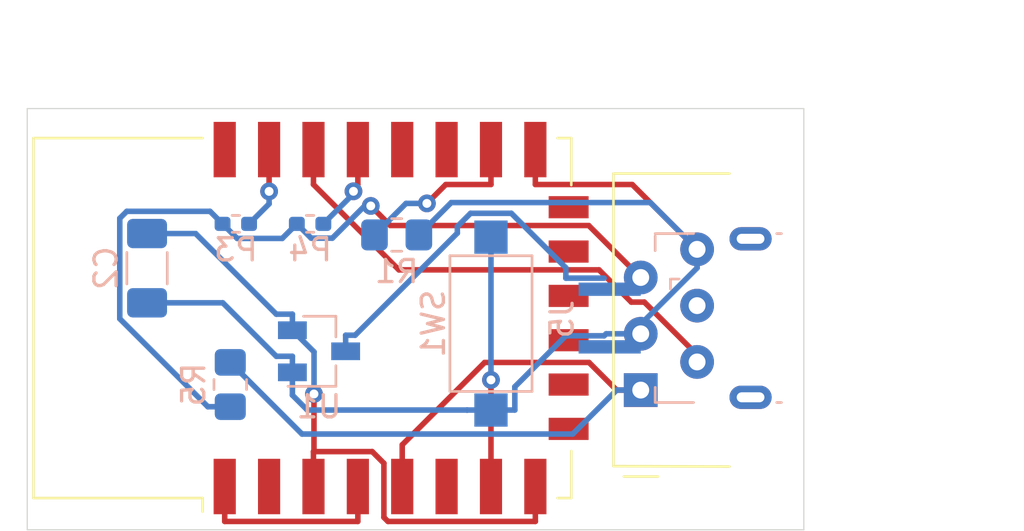
<source format=kicad_pcb>
(kicad_pcb (version 20171130) (host pcbnew "(5.1.9)-1")

  (general
    (thickness 1.6)
    (drawings 6)
    (tracks 107)
    (zones 0)
    (modules 10)
    (nets 24)
  )

  (page A4)
  (layers
    (0 F.Cu signal)
    (31 B.Cu signal)
    (32 B.Adhes user)
    (33 F.Adhes user)
    (34 B.Paste user)
    (35 F.Paste user)
    (36 B.SilkS user)
    (37 F.SilkS user)
    (38 B.Mask user)
    (39 F.Mask user)
    (40 Dwgs.User user)
    (41 Cmts.User user)
    (42 Eco1.User user)
    (43 Eco2.User user)
    (44 Edge.Cuts user)
    (45 Margin user)
    (46 B.CrtYd user)
    (47 F.CrtYd user)
    (48 B.Fab user)
    (49 F.Fab user)
  )

  (setup
    (last_trace_width 0.25)
    (trace_clearance 0.2)
    (zone_clearance 0.508)
    (zone_45_only no)
    (trace_min 0.2)
    (via_size 0.8)
    (via_drill 0.4)
    (via_min_size 0.4)
    (via_min_drill 0.3)
    (uvia_size 0.3)
    (uvia_drill 0.1)
    (uvias_allowed no)
    (uvia_min_size 0.2)
    (uvia_min_drill 0.1)
    (edge_width 0.05)
    (segment_width 0.2)
    (pcb_text_width 0.3)
    (pcb_text_size 1.5 1.5)
    (mod_edge_width 0.12)
    (mod_text_size 1 1)
    (mod_text_width 0.15)
    (pad_size 1.524 1.524)
    (pad_drill 0.762)
    (pad_to_mask_clearance 0)
    (aux_axis_origin 0 0)
    (visible_elements 7FFFFFFF)
    (pcbplotparams
      (layerselection 0x010fc_ffffffff)
      (usegerberextensions false)
      (usegerberattributes true)
      (usegerberadvancedattributes true)
      (creategerberjobfile true)
      (excludeedgelayer true)
      (linewidth 0.100000)
      (plotframeref false)
      (viasonmask false)
      (mode 1)
      (useauxorigin false)
      (hpglpennumber 1)
      (hpglpenspeed 20)
      (hpglpendiameter 15.000000)
      (psnegative false)
      (psa4output false)
      (plotreference true)
      (plotvalue true)
      (plotinvisibletext false)
      (padsonsilk false)
      (subtractmaskfromsilk false)
      (outputformat 1)
      (mirror false)
      (drillshape 1)
      (scaleselection 1)
      (outputdirectory ""))
  )

  (net 0 "")
  (net 1 +3V3)
  (net 2 "Net-(C2-Pad2)")
  (net 3 /GPIO3)
  (net 4 "Net-(J5-Pad1)")
  (net 5 "Net-(J7-Pad5)")
  (net 6 "Net-(J7-Pad4)")
  (net 7 "Net-(J7-Pad2)")
  (net 8 "Net-(J7-Pad1)")
  (net 9 "Net-(R1-Pad1)")
  (net 10 /GPIO4)
  (net 11 "Net-(SW1-Pad1)")
  (net 12 "Net-(U2-Pad1)")
  (net 13 "Net-(U2-Pad2)")
  (net 14 "Net-(U2-Pad6)")
  (net 15 "Net-(U2-Pad9)")
  (net 16 "Net-(U2-Pad10)")
  (net 17 "Net-(U2-Pad11)")
  (net 18 "Net-(U2-Pad12)")
  (net 19 "Net-(U2-Pad13)")
  (net 20 "Net-(U2-Pad14)")
  (net 21 "Net-(U2-Pad17)")
  (net 22 "Net-(U2-Pad18)")
  (net 23 "Net-(U2-Pad22)")

  (net_class Default "This is the default net class."
    (clearance 0.2)
    (trace_width 0.25)
    (via_dia 0.8)
    (via_drill 0.4)
    (uvia_dia 0.3)
    (uvia_drill 0.1)
    (add_net +3V3)
    (add_net /GPIO3)
    (add_net /GPIO4)
    (add_net "Net-(C2-Pad2)")
    (add_net "Net-(J5-Pad1)")
    (add_net "Net-(J7-Pad1)")
    (add_net "Net-(J7-Pad2)")
    (add_net "Net-(J7-Pad4)")
    (add_net "Net-(J7-Pad5)")
    (add_net "Net-(R1-Pad1)")
    (add_net "Net-(SW1-Pad1)")
    (add_net "Net-(U2-Pad1)")
    (add_net "Net-(U2-Pad10)")
    (add_net "Net-(U2-Pad11)")
    (add_net "Net-(U2-Pad12)")
    (add_net "Net-(U2-Pad13)")
    (add_net "Net-(U2-Pad14)")
    (add_net "Net-(U2-Pad17)")
    (add_net "Net-(U2-Pad18)")
    (add_net "Net-(U2-Pad2)")
    (add_net "Net-(U2-Pad22)")
    (add_net "Net-(U2-Pad6)")
    (add_net "Net-(U2-Pad9)")
  )

  (module ErichCollection:RJ12_Amphenol_54601_Reduced (layer F.Cu) (tedit 606D3677) (tstamp 606DC045)
    (at 65.75 42.5 90)
    (descr "RJ12 connector  https://cdn.amphenol-icc.com/media/wysiwyg/files/drawing/c-bmj-0082.pdf")
    (tags "RJ12 connector")
    (path /6072674D)
    (fp_text reference J7 (at -1.67 -2.16 -90) (layer F.SilkS) hide
      (effects (font (size 1 1) (thickness 0.15)))
    )
    (fp_text value RJ12 (at 3.54 18.3 -90) (layer F.Fab) hide
      (effects (font (size 1 1) (thickness 0.15)))
    )
    (fp_line (start -3.43 -0.48) (end -3.43 -1.23) (layer F.Fab) (width 0.1))
    (fp_line (start -2.93 0.02) (end -3.43 -0.48) (layer F.Fab) (width 0.1))
    (fp_line (start -3.43 0.52) (end -2.93 0.02) (layer F.Fab) (width 0.1))
    (fp_line (start -3.9 0.77) (end -3.9 -0.76) (layer F.SilkS) (width 0.12))
    (fp_line (start -3.45 4) (end -3.43 -1.23) (layer F.SilkS) (width 0.12))
    (fp_line (start 9.77 -1.23) (end 9.77 4) (layer F.SilkS) (width 0.12))
    (fp_line (start -3.43 -1.23) (end 9.77 -1.23) (layer F.SilkS) (width 0.12))
    (fp_line (start -4.04 17.27) (end -4.04 -1.73) (layer F.CrtYd) (width 0.05))
    (fp_line (start 10.38 17.27) (end -4.04 17.27) (layer F.CrtYd) (width 0.05))
    (fp_line (start 10.38 -1.73) (end 10.38 17.27) (layer F.CrtYd) (width 0.05))
    (fp_line (start -4.04 -1.73) (end 10.38 -1.73) (layer F.CrtYd) (width 0.05))
    (fp_line (start 9.77 16.77) (end -3.43 16.77) (layer F.Fab) (width 0.1))
    (fp_line (start 9.77 -1.23) (end 9.77 16.77) (layer F.Fab) (width 0.1))
    (fp_line (start -3.43 -1.23) (end 9.77 -1.23) (layer F.Fab) (width 0.1))
    (fp_line (start -3.43 16.77) (end -3.43 0.52) (layer F.Fab) (width 0.1))
    (fp_text user %R (at 3.16 7.76 -90) (layer F.Fab)
      (effects (font (size 1 1) (thickness 0.15)))
    )
    (pad 1 thru_hole rect (at 0 0 90) (size 1.52 1.52) (drill 0.76) (layers *.Cu *.Mask)
      (net 8 "Net-(J7-Pad1)"))
    (pad 2 thru_hole circle (at 1.27 2.54 90) (size 1.52 1.52) (drill 0.76) (layers *.Cu *.Mask)
      (net 7 "Net-(J7-Pad2)"))
    (pad 3 thru_hole circle (at 2.54 0 90) (size 1.52 1.52) (drill 0.76) (layers *.Cu *.Mask)
      (net 2 "Net-(C2-Pad2)"))
    (pad 4 thru_hole circle (at 3.81 2.54 90) (size 1.52 1.52) (drill 0.76) (layers *.Cu *.Mask)
      (net 6 "Net-(J7-Pad4)"))
    (pad 5 thru_hole circle (at 5.08 0 90) (size 1.52 1.52) (drill 0.76) (layers *.Cu *.Mask)
      (net 5 "Net-(J7-Pad5)"))
    (pad 6 thru_hole circle (at 6.35 2.54 90) (size 1.52 1.52) (drill 0.76) (layers *.Cu *.Mask)
      (net 2 "Net-(C2-Pad2)"))
    (model ${KISYS3DMOD}/Connector_RJ.3dshapes/RJ12_Amphenol_54601.wrl
      (at (xyz 0 0 0))
      (scale (xyz 1 1 1))
      (rotate (xyz 0 0 0))
    )
  )

  (module Capacitor_SMD:C_1206_3216Metric_Pad1.33x1.80mm_HandSolder (layer B.Cu) (tedit 5F68FEEF) (tstamp 606DC00C)
    (at 43.5 37 270)
    (descr "Capacitor SMD 1206 (3216 Metric), square (rectangular) end terminal, IPC_7351 nominal with elongated pad for handsoldering. (Body size source: IPC-SM-782 page 76, https://www.pcb-3d.com/wordpress/wp-content/uploads/ipc-sm-782a_amendment_1_and_2.pdf), generated with kicad-footprint-generator")
    (tags "capacitor handsolder")
    (path /606A2AB1)
    (attr smd)
    (fp_text reference C2 (at 0 1.85 90) (layer B.SilkS)
      (effects (font (size 1 1) (thickness 0.15)) (justify mirror))
    )
    (fp_text value 100nF (at 0 -1.85 90) (layer B.Fab)
      (effects (font (size 1 1) (thickness 0.15)) (justify mirror))
    )
    (fp_line (start -1.6 -0.8) (end -1.6 0.8) (layer B.Fab) (width 0.1))
    (fp_line (start -1.6 0.8) (end 1.6 0.8) (layer B.Fab) (width 0.1))
    (fp_line (start 1.6 0.8) (end 1.6 -0.8) (layer B.Fab) (width 0.1))
    (fp_line (start 1.6 -0.8) (end -1.6 -0.8) (layer B.Fab) (width 0.1))
    (fp_line (start -0.711252 0.91) (end 0.711252 0.91) (layer B.SilkS) (width 0.12))
    (fp_line (start -0.711252 -0.91) (end 0.711252 -0.91) (layer B.SilkS) (width 0.12))
    (fp_line (start -2.48 -1.15) (end -2.48 1.15) (layer B.CrtYd) (width 0.05))
    (fp_line (start -2.48 1.15) (end 2.48 1.15) (layer B.CrtYd) (width 0.05))
    (fp_line (start 2.48 1.15) (end 2.48 -1.15) (layer B.CrtYd) (width 0.05))
    (fp_line (start 2.48 -1.15) (end -2.48 -1.15) (layer B.CrtYd) (width 0.05))
    (fp_text user %R (at 0 0 90) (layer B.Fab)
      (effects (font (size 0.8 0.8) (thickness 0.12)) (justify mirror))
    )
    (pad 1 smd roundrect (at -1.5625 0 270) (size 1.325 1.8) (layers B.Cu B.Paste B.Mask) (roundrect_rratio 0.188679)
      (net 1 +3V3))
    (pad 2 smd roundrect (at 1.5625 0 270) (size 1.325 1.8) (layers B.Cu B.Paste B.Mask) (roundrect_rratio 0.188679)
      (net 2 "Net-(C2-Pad2)"))
    (model ${KISYS3DMOD}/Capacitor_SMD.3dshapes/C_1206_3216Metric.wrl
      (at (xyz 0 0 0))
      (scale (xyz 1 1 1))
      (rotate (xyz 0 0 0))
    )
  )

  (module SHRDZM:USB_Micro-B_Power (layer B.Cu) (tedit 6055B067) (tstamp 606DC02B)
    (at 69.5 39.25 270)
    (tags "Micro-USB Power")
    (path /606C9F07)
    (attr smd)
    (fp_text reference J5 (at 0.05 7.3 270) (layer B.SilkS)
      (effects (font (size 1 1) (thickness 0.15)) (justify mirror))
    )
    (fp_text value USB_B_Micro_Power (at 0 -5.2 270) (layer B.Fab)
      (effects (font (size 1 1) (thickness 0.15)) (justify mirror))
    )
    (fp_line (start -1.1 2.16) (end -1.1 1.95) (layer B.Fab) (width 0.1))
    (fp_line (start -1.5 2.16) (end -1.5 1.95) (layer B.Fab) (width 0.1))
    (fp_line (start -1.5 2.16) (end -1.1 2.16) (layer B.Fab) (width 0.1))
    (fp_line (start -1.1 1.95) (end -1.3 1.75) (layer B.Fab) (width 0.1))
    (fp_line (start -1.3 1.75) (end -1.5 1.95) (layer B.Fab) (width 0.1))
    (fp_line (start -1.76 2.41) (end -1.76 2.02) (layer B.SilkS) (width 0.12))
    (fp_line (start -1.76 2.41) (end -1.31 2.41) (layer B.SilkS) (width 0.12))
    (fp_line (start 3.775 3.1) (end 3.125 3.1) (layer B.SilkS) (width 0.12))
    (fp_line (start 3.81 1.37) (end 3.81 3.1) (layer B.SilkS) (width 0.12))
    (fp_line (start -3.81 -2.59) (end -3.81 -2.38) (layer B.SilkS) (width 0.12))
    (fp_line (start -3.7 -3.95) (end -3.7 1.6) (layer B.Fab) (width 0.1))
    (fp_line (start -3.7 1.6) (end 3.7 1.6) (layer B.Fab) (width 0.1))
    (fp_line (start -3.7 -3.95) (end 3.7 -3.95) (layer B.Fab) (width 0.1))
    (fp_line (start -3 -2.65) (end 3 -2.65) (layer B.Fab) (width 0.1))
    (fp_line (start 3.7 -3.95) (end 3.7 1.6) (layer B.Fab) (width 0.1))
    (fp_line (start 3.81 -2.59) (end 3.81 -2.38) (layer B.SilkS) (width 0.12))
    (fp_line (start -3.81 1.37) (end -3.81 3.1) (layer B.SilkS) (width 0.12))
    (fp_line (start -3.7 3.1) (end -3.04 3.1) (layer B.SilkS) (width 0.12))
    (fp_line (start -4.6 -4.45) (end -4.6 2.65) (layer B.CrtYd) (width 0.05))
    (fp_line (start -4.6 2.65) (end 4.6 2.65) (layer B.CrtYd) (width 0.05))
    (fp_line (start 4.6 2.65) (end 4.6 -4.45) (layer B.CrtYd) (width 0.05))
    (fp_line (start -4.6 -4.45) (end 4.6 -4.45) (layer B.CrtYd) (width 0.05))
    (fp_text user %R (at 0 -0.85 270) (layer B.Fab)
      (effects (font (size 1 1) (thickness 0.15)) (justify mirror))
    )
    (pad "" thru_hole oval (at 3.575 -1.2 270) (size 1.05 1.9) (drill oval 0.45 1.25) (layers *.Cu *.Mask))
    (pad "" thru_hole oval (at -3.575 -1.2 90) (size 1.05 1.9) (drill oval 0.45 1.25) (layers *.Cu *.Mask))
    (pad 5 smd rect (at 1.3 5.15 270) (size 0.6 2.8) (layers B.Cu B.Paste B.Mask)
      (net 2 "Net-(C2-Pad2)"))
    (pad 1 smd rect (at -1.3 5.15 270) (size 0.6 2.8) (layers B.Cu B.Paste B.Mask)
      (net 4 "Net-(J5-Pad1)"))
    (model C:/Users/erich/Nextcloud/Diverses/KiCAD/model/USB_Micro-B_Power.wrl
      (at (xyz 0 0 0))
      (scale (xyz 1 1 1))
      (rotate (xyz 0 0 0))
    )
  )

  (module Resistor_SMD:R_0402_1005Metric_Pad0.72x0.64mm_HandSolder (layer B.Cu) (tedit 5F6BB9E0) (tstamp 606DC056)
    (at 47.5 35)
    (descr "Resistor SMD 0402 (1005 Metric), square (rectangular) end terminal, IPC_7351 nominal with elongated pad for handsoldering. (Body size source: IPC-SM-782 page 72, https://www.pcb-3d.com/wordpress/wp-content/uploads/ipc-sm-782a_amendment_1_and_2.pdf), generated with kicad-footprint-generator")
    (tags "resistor handsolder")
    (path /606C9BA3)
    (attr smd)
    (fp_text reference P3 (at 0 1.17) (layer B.SilkS)
      (effects (font (size 1 1) (thickness 0.15)) (justify mirror))
    )
    (fp_text value 0R (at 0 -1.17) (layer B.Fab)
      (effects (font (size 1 1) (thickness 0.15)) (justify mirror))
    )
    (fp_line (start -0.525 -0.27) (end -0.525 0.27) (layer B.Fab) (width 0.1))
    (fp_line (start -0.525 0.27) (end 0.525 0.27) (layer B.Fab) (width 0.1))
    (fp_line (start 0.525 0.27) (end 0.525 -0.27) (layer B.Fab) (width 0.1))
    (fp_line (start 0.525 -0.27) (end -0.525 -0.27) (layer B.Fab) (width 0.1))
    (fp_line (start -0.167621 0.38) (end 0.167621 0.38) (layer B.SilkS) (width 0.12))
    (fp_line (start -0.167621 -0.38) (end 0.167621 -0.38) (layer B.SilkS) (width 0.12))
    (fp_line (start -1.1 -0.47) (end -1.1 0.47) (layer B.CrtYd) (width 0.05))
    (fp_line (start -1.1 0.47) (end 1.1 0.47) (layer B.CrtYd) (width 0.05))
    (fp_line (start 1.1 0.47) (end 1.1 -0.47) (layer B.CrtYd) (width 0.05))
    (fp_line (start 1.1 -0.47) (end -1.1 -0.47) (layer B.CrtYd) (width 0.05))
    (fp_text user %R (at 0 0) (layer B.Fab)
      (effects (font (size 0.26 0.26) (thickness 0.04)) (justify mirror))
    )
    (pad 1 smd roundrect (at -0.5975 0) (size 0.715 0.64) (layers B.Cu B.Paste B.Mask) (roundrect_rratio 0.25)
      (net 5 "Net-(J7-Pad5)"))
    (pad 2 smd roundrect (at 0.5975 0) (size 0.715 0.64) (layers B.Cu B.Paste B.Mask) (roundrect_rratio 0.25)
      (net 3 /GPIO3))
    (model ${KISYS3DMOD}/Resistor_SMD.3dshapes/R_0402_1005Metric.wrl
      (at (xyz 0 0 0))
      (scale (xyz 1 1 1))
      (rotate (xyz 0 0 0))
    )
  )

  (module Resistor_SMD:R_0402_1005Metric_Pad0.72x0.64mm_HandSolder (layer B.Cu) (tedit 5F6BB9E0) (tstamp 606DC067)
    (at 50.8475 35)
    (descr "Resistor SMD 0402 (1005 Metric), square (rectangular) end terminal, IPC_7351 nominal with elongated pad for handsoldering. (Body size source: IPC-SM-782 page 72, https://www.pcb-3d.com/wordpress/wp-content/uploads/ipc-sm-782a_amendment_1_and_2.pdf), generated with kicad-footprint-generator")
    (tags "resistor handsolder")
    (path /60715416)
    (attr smd)
    (fp_text reference P4 (at 0 1.17) (layer B.SilkS)
      (effects (font (size 1 1) (thickness 0.15)) (justify mirror))
    )
    (fp_text value 0R (at 0 -1.17) (layer B.Fab)
      (effects (font (size 1 1) (thickness 0.15)) (justify mirror))
    )
    (fp_line (start 1.1 -0.47) (end -1.1 -0.47) (layer B.CrtYd) (width 0.05))
    (fp_line (start 1.1 0.47) (end 1.1 -0.47) (layer B.CrtYd) (width 0.05))
    (fp_line (start -1.1 0.47) (end 1.1 0.47) (layer B.CrtYd) (width 0.05))
    (fp_line (start -1.1 -0.47) (end -1.1 0.47) (layer B.CrtYd) (width 0.05))
    (fp_line (start -0.167621 -0.38) (end 0.167621 -0.38) (layer B.SilkS) (width 0.12))
    (fp_line (start -0.167621 0.38) (end 0.167621 0.38) (layer B.SilkS) (width 0.12))
    (fp_line (start 0.525 -0.27) (end -0.525 -0.27) (layer B.Fab) (width 0.1))
    (fp_line (start 0.525 0.27) (end 0.525 -0.27) (layer B.Fab) (width 0.1))
    (fp_line (start -0.525 0.27) (end 0.525 0.27) (layer B.Fab) (width 0.1))
    (fp_line (start -0.525 -0.27) (end -0.525 0.27) (layer B.Fab) (width 0.1))
    (fp_text user %R (at 0 0) (layer B.Fab)
      (effects (font (size 0.26 0.26) (thickness 0.04)) (justify mirror))
    )
    (pad 2 smd roundrect (at 0.5975 0) (size 0.715 0.64) (layers B.Cu B.Paste B.Mask) (roundrect_rratio 0.25)
      (net 10 /GPIO4))
    (pad 1 smd roundrect (at -0.5975 0) (size 0.715 0.64) (layers B.Cu B.Paste B.Mask) (roundrect_rratio 0.25)
      (net 5 "Net-(J7-Pad5)"))
    (model ${KISYS3DMOD}/Resistor_SMD.3dshapes/R_0402_1005Metric.wrl
      (at (xyz 0 0 0))
      (scale (xyz 1 1 1))
      (rotate (xyz 0 0 0))
    )
  )

  (module Resistor_SMD:R_0805_2012Metric_Pad1.20x1.40mm_HandSolder (layer B.Cu) (tedit 5F68FEEE) (tstamp 606DC078)
    (at 54.75 35.5)
    (descr "Resistor SMD 0805 (2012 Metric), square (rectangular) end terminal, IPC_7351 nominal with elongated pad for handsoldering. (Body size source: IPC-SM-782 page 72, https://www.pcb-3d.com/wordpress/wp-content/uploads/ipc-sm-782a_amendment_1_and_2.pdf), generated with kicad-footprint-generator")
    (tags "resistor handsolder")
    (path /606E8C66)
    (attr smd)
    (fp_text reference R1 (at 0 1.65) (layer B.SilkS)
      (effects (font (size 1 1) (thickness 0.15)) (justify mirror))
    )
    (fp_text value 10k (at 0 -1.65) (layer B.Fab)
      (effects (font (size 1 1) (thickness 0.15)) (justify mirror))
    )
    (fp_line (start 1.85 -0.95) (end -1.85 -0.95) (layer B.CrtYd) (width 0.05))
    (fp_line (start 1.85 0.95) (end 1.85 -0.95) (layer B.CrtYd) (width 0.05))
    (fp_line (start -1.85 0.95) (end 1.85 0.95) (layer B.CrtYd) (width 0.05))
    (fp_line (start -1.85 -0.95) (end -1.85 0.95) (layer B.CrtYd) (width 0.05))
    (fp_line (start -0.227064 -0.735) (end 0.227064 -0.735) (layer B.SilkS) (width 0.12))
    (fp_line (start -0.227064 0.735) (end 0.227064 0.735) (layer B.SilkS) (width 0.12))
    (fp_line (start 1 -0.625) (end -1 -0.625) (layer B.Fab) (width 0.1))
    (fp_line (start 1 0.625) (end 1 -0.625) (layer B.Fab) (width 0.1))
    (fp_line (start -1 0.625) (end 1 0.625) (layer B.Fab) (width 0.1))
    (fp_line (start -1 -0.625) (end -1 0.625) (layer B.Fab) (width 0.1))
    (fp_text user %R (at 0 0) (layer B.Fab)
      (effects (font (size 0.5 0.5) (thickness 0.08)) (justify mirror))
    )
    (pad 2 smd roundrect (at 1 0) (size 1.2 1.4) (layers B.Cu B.Paste B.Mask) (roundrect_rratio 0.208333)
      (net 2 "Net-(C2-Pad2)"))
    (pad 1 smd roundrect (at -1 0) (size 1.2 1.4) (layers B.Cu B.Paste B.Mask) (roundrect_rratio 0.208333)
      (net 9 "Net-(R1-Pad1)"))
    (model ${KISYS3DMOD}/Resistor_SMD.3dshapes/R_0805_2012Metric.wrl
      (at (xyz 0 0 0))
      (scale (xyz 1 1 1))
      (rotate (xyz 0 0 0))
    )
  )

  (module Resistor_SMD:R_0805_2012Metric_Pad1.20x1.40mm_HandSolder (layer B.Cu) (tedit 5F68FEEE) (tstamp 606DC089)
    (at 47.25 42.25 270)
    (descr "Resistor SMD 0805 (2012 Metric), square (rectangular) end terminal, IPC_7351 nominal with elongated pad for handsoldering. (Body size source: IPC-SM-782 page 72, https://www.pcb-3d.com/wordpress/wp-content/uploads/ipc-sm-782a_amendment_1_and_2.pdf), generated with kicad-footprint-generator")
    (tags "resistor handsolder")
    (path /606AFBFE)
    (attr smd)
    (fp_text reference R5 (at 0 1.65 270) (layer B.SilkS)
      (effects (font (size 1 1) (thickness 0.15)) (justify mirror))
    )
    (fp_text value 10k (at 0 -1.65 270) (layer B.Fab)
      (effects (font (size 1 1) (thickness 0.15)) (justify mirror))
    )
    (fp_line (start -1 -0.625) (end -1 0.625) (layer B.Fab) (width 0.1))
    (fp_line (start -1 0.625) (end 1 0.625) (layer B.Fab) (width 0.1))
    (fp_line (start 1 0.625) (end 1 -0.625) (layer B.Fab) (width 0.1))
    (fp_line (start 1 -0.625) (end -1 -0.625) (layer B.Fab) (width 0.1))
    (fp_line (start -0.227064 0.735) (end 0.227064 0.735) (layer B.SilkS) (width 0.12))
    (fp_line (start -0.227064 -0.735) (end 0.227064 -0.735) (layer B.SilkS) (width 0.12))
    (fp_line (start -1.85 -0.95) (end -1.85 0.95) (layer B.CrtYd) (width 0.05))
    (fp_line (start -1.85 0.95) (end 1.85 0.95) (layer B.CrtYd) (width 0.05))
    (fp_line (start 1.85 0.95) (end 1.85 -0.95) (layer B.CrtYd) (width 0.05))
    (fp_line (start 1.85 -0.95) (end -1.85 -0.95) (layer B.CrtYd) (width 0.05))
    (fp_text user %R (at 0 0 270) (layer B.Fab)
      (effects (font (size 0.5 0.5) (thickness 0.08)) (justify mirror))
    )
    (pad 1 smd roundrect (at -1 0 270) (size 1.2 1.4) (layers B.Cu B.Paste B.Mask) (roundrect_rratio 0.208333)
      (net 8 "Net-(J7-Pad1)"))
    (pad 2 smd roundrect (at 1 0 270) (size 1.2 1.4) (layers B.Cu B.Paste B.Mask) (roundrect_rratio 0.208333)
      (net 5 "Net-(J7-Pad5)"))
    (model ${KISYS3DMOD}/Resistor_SMD.3dshapes/R_0805_2012Metric.wrl
      (at (xyz 0 0 0))
      (scale (xyz 1 1 1))
      (rotate (xyz 0 0 0))
    )
  )

  (module Button_Switch_SMD:SW_SPST_CK_RS282G05A3 (layer B.Cu) (tedit 5A7A67D2) (tstamp 606DC0A4)
    (at 59 39.5 270)
    (descr https://www.mouser.com/ds/2/60/RS-282G05A-SM_RT-1159762.pdf)
    (tags "SPST button tactile switch")
    (path /606B9AF3)
    (attr smd)
    (fp_text reference SW1 (at 0 2.6 270) (layer B.SilkS)
      (effects (font (size 1 1) (thickness 0.15)) (justify mirror))
    )
    (fp_text value Pairing (at 0 -3 270) (layer B.Fab)
      (effects (font (size 1 1) (thickness 0.15)) (justify mirror))
    )
    (fp_line (start -4.9 -2.05) (end -4.9 2.05) (layer B.CrtYd) (width 0.05))
    (fp_line (start 4.9 -2.05) (end -4.9 -2.05) (layer B.CrtYd) (width 0.05))
    (fp_line (start 4.9 2.05) (end 4.9 -2.05) (layer B.CrtYd) (width 0.05))
    (fp_line (start -4.9 2.05) (end 4.9 2.05) (layer B.CrtYd) (width 0.05))
    (fp_line (start -1.75 1) (end 1.75 1) (layer B.Fab) (width 0.1))
    (fp_line (start 1.75 1) (end 1.75 -1) (layer B.Fab) (width 0.1))
    (fp_line (start 1.75 -1) (end -1.75 -1) (layer B.Fab) (width 0.1))
    (fp_line (start -1.75 -1) (end -1.75 1) (layer B.Fab) (width 0.1))
    (fp_line (start -3.06 1.85) (end 3.06 1.85) (layer B.SilkS) (width 0.12))
    (fp_line (start 3.06 1.85) (end 3.06 -1.85) (layer B.SilkS) (width 0.12))
    (fp_line (start 3.06 -1.85) (end -3.06 -1.85) (layer B.SilkS) (width 0.12))
    (fp_line (start -3.06 -1.85) (end -3.06 1.85) (layer B.SilkS) (width 0.12))
    (fp_line (start -1.5 -0.8) (end 1.5 -0.8) (layer B.Fab) (width 0.1))
    (fp_line (start -1.5 0.8) (end 1.5 0.8) (layer B.Fab) (width 0.1))
    (fp_line (start 1.5 0.8) (end 1.5 -0.8) (layer B.Fab) (width 0.1))
    (fp_line (start -1.5 0.8) (end -1.5 -0.8) (layer B.Fab) (width 0.1))
    (fp_line (start -3 -1.8) (end 3 -1.8) (layer B.Fab) (width 0.1))
    (fp_line (start -3 1.8) (end 3 1.8) (layer B.Fab) (width 0.1))
    (fp_line (start -3 1.8) (end -3 -1.8) (layer B.Fab) (width 0.1))
    (fp_line (start 3 1.8) (end 3 -1.8) (layer B.Fab) (width 0.1))
    (fp_text user %R (at 0 2.6 270) (layer B.Fab)
      (effects (font (size 1 1) (thickness 0.15)) (justify mirror))
    )
    (pad 1 smd rect (at -3.9 0 270) (size 1.5 1.5) (layers B.Cu B.Paste B.Mask)
      (net 11 "Net-(SW1-Pad1)"))
    (pad 2 smd rect (at 3.9 0 270) (size 1.5 1.5) (layers B.Cu B.Paste B.Mask)
      (net 2 "Net-(C2-Pad2)"))
    (model ${KISYS3DMOD}/Button_Switch_SMD.3dshapes/SW_SPST_CK_RS282G05A3.wrl
      (at (xyz 0 0 0))
      (scale (xyz 1 1 1))
      (rotate (xyz 0 0 0))
    )
  )

  (module ErichCollection:SOT-23_Handsoldering (layer B.Cu) (tedit 6069DCAE) (tstamp 606DC0B9)
    (at 51.25 40.75)
    (descr "SOT-23, Standard")
    (tags SOT-23)
    (path /6069E07A)
    (attr smd)
    (fp_text reference U1 (at 0 2.5) (layer B.SilkS)
      (effects (font (size 1 1) (thickness 0.15)) (justify mirror))
    )
    (fp_text value MCP1700-3302E_SOT23 (at 0 -2.5) (layer B.Fab)
      (effects (font (size 1 1) (thickness 0.15)) (justify mirror))
    )
    (fp_line (start 0.76 -1.58) (end -0.7 -1.58) (layer B.SilkS) (width 0.12))
    (fp_line (start 0.76 1.58) (end -1.4 1.58) (layer B.SilkS) (width 0.12))
    (fp_line (start -1.7 -1.75) (end -1.7 1.75) (layer B.CrtYd) (width 0.05))
    (fp_line (start 1.7 -1.75) (end -1.7 -1.75) (layer B.CrtYd) (width 0.05))
    (fp_line (start 1.7 1.75) (end 1.7 -1.75) (layer B.CrtYd) (width 0.05))
    (fp_line (start -1.7 1.75) (end 1.7 1.75) (layer B.CrtYd) (width 0.05))
    (fp_line (start 0.76 1.58) (end 0.76 0.65) (layer B.SilkS) (width 0.12))
    (fp_line (start 0.76 -1.58) (end 0.76 -0.65) (layer B.SilkS) (width 0.12))
    (fp_line (start -0.7 -1.52) (end 0.7 -1.52) (layer B.Fab) (width 0.1))
    (fp_line (start 0.7 1.52) (end 0.7 -1.52) (layer B.Fab) (width 0.1))
    (fp_line (start -0.7 0.95) (end -0.15 1.52) (layer B.Fab) (width 0.1))
    (fp_line (start -0.15 1.52) (end 0.7 1.52) (layer B.Fab) (width 0.1))
    (fp_line (start -0.7 0.95) (end -0.7 -1.5) (layer B.Fab) (width 0.1))
    (fp_text user %R (at 0 0 -90) (layer B.Fab)
      (effects (font (size 0.5 0.5) (thickness 0.075)) (justify mirror))
    )
    (pad 1 smd rect (at -1.2 0.95) (size 1.3 0.8) (layers B.Cu B.Paste B.Mask)
      (net 2 "Net-(C2-Pad2)"))
    (pad 2 smd rect (at -1.2 -0.95) (size 1.3 0.8) (layers B.Cu B.Paste B.Mask)
      (net 1 +3V3))
    (pad 3 smd rect (at 1.2 0) (size 1.3 0.8) (layers B.Cu B.Paste B.Mask)
      (net 4 "Net-(J5-Pad1)"))
    (model ${KISYS3DMOD}/Package_TO_SOT_SMD.3dshapes/SOT-23.wrl
      (at (xyz 0 0 0))
      (scale (xyz 1 1 1))
      (rotate (xyz 0 0 0))
    )
  )

  (module RF_Module:ESP-12E (layer F.Cu) (tedit 5A030172) (tstamp 606DC0F4)
    (at 50.5 39.25 90)
    (descr "Wi-Fi Module, http://wiki.ai-thinker.com/_media/esp8266/docs/aithinker_esp_12f_datasheet_en.pdf")
    (tags "Wi-Fi Module")
    (path /606A5922)
    (attr smd)
    (fp_text reference U2 (at -10.56 -5.26 90) (layer F.SilkS) hide
      (effects (font (size 1 1) (thickness 0.15)))
    )
    (fp_text value ESP-12F (at -0.06 -12.78 90) (layer F.Fab)
      (effects (font (size 1 1) (thickness 0.15)))
    )
    (fp_line (start -8 -12) (end 8 -12) (layer F.Fab) (width 0.12))
    (fp_line (start 8 -12) (end 8 12) (layer F.Fab) (width 0.12))
    (fp_line (start 8 12) (end -8 12) (layer F.Fab) (width 0.12))
    (fp_line (start -8 12) (end -8 -3) (layer F.Fab) (width 0.12))
    (fp_line (start -8 -3) (end -7.5 -3.5) (layer F.Fab) (width 0.12))
    (fp_line (start -7.5 -3.5) (end -8 -4) (layer F.Fab) (width 0.12))
    (fp_line (start -8 -4) (end -8 -12) (layer F.Fab) (width 0.12))
    (fp_line (start -9.05 -12.2) (end 9.05 -12.2) (layer F.CrtYd) (width 0.05))
    (fp_line (start 9.05 -12.2) (end 9.05 13.1) (layer F.CrtYd) (width 0.05))
    (fp_line (start 9.05 13.1) (end -9.05 13.1) (layer F.CrtYd) (width 0.05))
    (fp_line (start -9.05 13.1) (end -9.05 -12.2) (layer F.CrtYd) (width 0.05))
    (fp_line (start -8.12 -12.12) (end 8.12 -12.12) (layer F.SilkS) (width 0.12))
    (fp_line (start 8.12 -12.12) (end 8.12 -4.5) (layer F.SilkS) (width 0.12))
    (fp_line (start 8.12 11.5) (end 8.12 12.12) (layer F.SilkS) (width 0.12))
    (fp_line (start 8.12 12.12) (end 6 12.12) (layer F.SilkS) (width 0.12))
    (fp_line (start -6 12.12) (end -8.12 12.12) (layer F.SilkS) (width 0.12))
    (fp_line (start -8.12 12.12) (end -8.12 11.5) (layer F.SilkS) (width 0.12))
    (fp_line (start -8.12 -4.5) (end -8.12 -12.12) (layer F.SilkS) (width 0.12))
    (fp_line (start -8.12 -4.5) (end -8.73 -4.5) (layer F.SilkS) (width 0.12))
    (fp_line (start -8.12 -12.12) (end 8.12 -12.12) (layer Dwgs.User) (width 0.12))
    (fp_line (start 8.12 -12.12) (end 8.12 -4.8) (layer Dwgs.User) (width 0.12))
    (fp_line (start 8.12 -4.8) (end -8.12 -4.8) (layer Dwgs.User) (width 0.12))
    (fp_line (start -8.12 -4.8) (end -8.12 -12.12) (layer Dwgs.User) (width 0.12))
    (fp_line (start -8.12 -9.12) (end -5.12 -12.12) (layer Dwgs.User) (width 0.12))
    (fp_line (start -8.12 -6.12) (end -2.12 -12.12) (layer Dwgs.User) (width 0.12))
    (fp_line (start -6.44 -4.8) (end 0.88 -12.12) (layer Dwgs.User) (width 0.12))
    (fp_line (start -3.44 -4.8) (end 3.88 -12.12) (layer Dwgs.User) (width 0.12))
    (fp_line (start -0.44 -4.8) (end 6.88 -12.12) (layer Dwgs.User) (width 0.12))
    (fp_line (start 2.56 -4.8) (end 8.12 -10.36) (layer Dwgs.User) (width 0.12))
    (fp_line (start 5.56 -4.8) (end 8.12 -7.36) (layer Dwgs.User) (width 0.12))
    (fp_text user Antenna (at -0.06 -7 270) (layer Cmts.User)
      (effects (font (size 1 1) (thickness 0.15)))
    )
    (fp_text user "KEEP-OUT ZONE" (at 0.03 -9.55 270) (layer Cmts.User)
      (effects (font (size 1 1) (thickness 0.15)))
    )
    (fp_text user %R (at 0.49 -0.8 90) (layer F.Fab)
      (effects (font (size 1 1) (thickness 0.15)))
    )
    (pad 1 smd rect (at -7.6 -3.5 90) (size 2.5 1) (layers F.Cu F.Paste F.Mask)
      (net 12 "Net-(U2-Pad1)"))
    (pad 2 smd rect (at -7.6 -1.5 90) (size 2.5 1) (layers F.Cu F.Paste F.Mask)
      (net 13 "Net-(U2-Pad2)"))
    (pad 3 smd rect (at -7.6 0.5 90) (size 2.5 1) (layers F.Cu F.Paste F.Mask)
      (net 1 +3V3))
    (pad 4 smd rect (at -7.6 2.5 90) (size 2.5 1) (layers F.Cu F.Paste F.Mask)
      (net 12 "Net-(U2-Pad1)"))
    (pad 5 smd rect (at -7.6 4.5 90) (size 2.5 1) (layers F.Cu F.Paste F.Mask)
      (net 8 "Net-(J7-Pad1)"))
    (pad 6 smd rect (at -7.6 6.5 90) (size 2.5 1) (layers F.Cu F.Paste F.Mask)
      (net 14 "Net-(U2-Pad6)"))
    (pad 7 smd rect (at -7.6 8.5 90) (size 2.5 1) (layers F.Cu F.Paste F.Mask)
      (net 11 "Net-(SW1-Pad1)"))
    (pad 8 smd rect (at -7.6 10.5 90) (size 2.5 1) (layers F.Cu F.Paste F.Mask)
      (net 1 +3V3))
    (pad 9 smd rect (at -5 12 90) (size 1 1.8) (layers F.Cu F.Paste F.Mask)
      (net 15 "Net-(U2-Pad9)"))
    (pad 10 smd rect (at -3 12 90) (size 1 1.8) (layers F.Cu F.Paste F.Mask)
      (net 16 "Net-(U2-Pad10)"))
    (pad 11 smd rect (at -1 12 90) (size 1 1.8) (layers F.Cu F.Paste F.Mask)
      (net 17 "Net-(U2-Pad11)"))
    (pad 12 smd rect (at 1 12 90) (size 1 1.8) (layers F.Cu F.Paste F.Mask)
      (net 18 "Net-(U2-Pad12)"))
    (pad 13 smd rect (at 3 12 90) (size 1 1.8) (layers F.Cu F.Paste F.Mask)
      (net 19 "Net-(U2-Pad13)"))
    (pad 14 smd rect (at 5 12 90) (size 1 1.8) (layers F.Cu F.Paste F.Mask)
      (net 20 "Net-(U2-Pad14)"))
    (pad 15 smd rect (at 7.6 10.5 90) (size 2.5 1) (layers F.Cu F.Paste F.Mask)
      (net 2 "Net-(C2-Pad2)"))
    (pad 16 smd rect (at 7.6 8.5 90) (size 2.5 1) (layers F.Cu F.Paste F.Mask)
      (net 9 "Net-(R1-Pad1)"))
    (pad 17 smd rect (at 7.6 6.5 90) (size 2.5 1) (layers F.Cu F.Paste F.Mask)
      (net 21 "Net-(U2-Pad17)"))
    (pad 18 smd rect (at 7.6 4.5 90) (size 2.5 1) (layers F.Cu F.Paste F.Mask)
      (net 22 "Net-(U2-Pad18)"))
    (pad 19 smd rect (at 7.6 2.5 90) (size 2.5 1) (layers F.Cu F.Paste F.Mask)
      (net 10 /GPIO4))
    (pad 20 smd rect (at 7.6 0.5 90) (size 2.5 1) (layers F.Cu F.Paste F.Mask)
      (net 7 "Net-(J7-Pad2)"))
    (pad 21 smd rect (at 7.6 -1.5 90) (size 2.5 1) (layers F.Cu F.Paste F.Mask)
      (net 3 /GPIO3))
    (pad 22 smd rect (at 7.6 -3.5 90) (size 2.5 1) (layers F.Cu F.Paste F.Mask)
      (net 23 "Net-(U2-Pad22)"))
    (model ${KISYS3DMOD}/RF_Module.3dshapes/ESP-12E.wrl
      (at (xyz 0 0 0))
      (scale (xyz 1 1 1))
      (rotate (xyz 0 0 0))
    )
  )

  (gr_line (start 38.1 29.8) (end 73.1 29.8) (layer Edge.Cuts) (width 0.05) (tstamp 60721BDE))
  (gr_line (start 38.1 48.8) (end 38.1 29.8) (layer Edge.Cuts) (width 0.05))
  (gr_line (start 73.1 48.8) (end 38.1 48.8) (layer Edge.Cuts) (width 0.05))
  (gr_line (start 73.1 29.8) (end 73.1 48.8) (layer Edge.Cuts) (width 0.05))
  (dimension 19 (width 0.15) (layer Dwgs.User)
    (gr_text "19,000 mm" (at 78.9 39.3 270) (layer Dwgs.User)
      (effects (font (size 1 1) (thickness 0.15)))
    )
    (feature1 (pts (xy 73.1 48.8) (xy 78.186421 48.8)))
    (feature2 (pts (xy 73.1 29.8) (xy 78.186421 29.8)))
    (crossbar (pts (xy 77.6 29.8) (xy 77.6 48.8)))
    (arrow1a (pts (xy 77.6 48.8) (xy 77.013579 47.673496)))
    (arrow1b (pts (xy 77.6 48.8) (xy 78.186421 47.673496)))
    (arrow2a (pts (xy 77.6 29.8) (xy 77.013579 30.926504)))
    (arrow2b (pts (xy 77.6 29.8) (xy 78.186421 30.926504)))
  )
  (dimension 35 (width 0.15) (layer Dwgs.User)
    (gr_text "35,000 mm" (at 55.6 25.6) (layer Dwgs.User)
      (effects (font (size 1 1) (thickness 0.15)))
    )
    (feature1 (pts (xy 73.1 29) (xy 73.1 26.313579)))
    (feature2 (pts (xy 38.1 29) (xy 38.1 26.313579)))
    (crossbar (pts (xy 38.1 26.9) (xy 73.1 26.9)))
    (arrow1a (pts (xy 73.1 26.9) (xy 71.973496 27.486421)))
    (arrow1b (pts (xy 73.1 26.9) (xy 71.973496 26.313579)))
    (arrow2a (pts (xy 38.1 26.9) (xy 39.226504 27.486421)))
    (arrow2b (pts (xy 38.1 26.9) (xy 39.226504 26.313579)))
  )

  (segment (start 50.05 39.8) (end 50.05 39.0747) (width 0.25) (layer B.Cu) (net 1))
  (segment (start 50.05 39.0747) (end 49.3247 39.0747) (width 0.25) (layer B.Cu) (net 1))
  (segment (start 49.3247 39.0747) (end 45.6875 35.4375) (width 0.25) (layer B.Cu) (net 1))
  (segment (start 45.6875 35.4375) (end 43.5 35.4375) (width 0.25) (layer B.Cu) (net 1))
  (segment (start 51.023 42.675) (end 51.0254 42.6726) (width 0.25) (layer B.Cu) (net 1))
  (segment (start 51.0254 42.6726) (end 51.0254 40.7754) (width 0.25) (layer B.Cu) (net 1))
  (segment (start 51.0254 40.7754) (end 50.05 39.8) (width 0.25) (layer B.Cu) (net 1))
  (segment (start 51 46.85) (end 51 45.2747) (width 0.25) (layer F.Cu) (net 1))
  (segment (start 51.023 45.2746) (end 51.0229 45.2747) (width 0.25) (layer F.Cu) (net 1))
  (segment (start 51.0229 45.2747) (end 51 45.2747) (width 0.25) (layer F.Cu) (net 1))
  (segment (start 61 48.4253) (end 54.3573 48.4253) (width 0.25) (layer F.Cu) (net 1))
  (segment (start 54.3573 48.4253) (end 54.1746 48.2426) (width 0.25) (layer F.Cu) (net 1))
  (segment (start 54.1746 48.2426) (end 54.1746 45.8014) (width 0.25) (layer F.Cu) (net 1))
  (segment (start 54.1746 45.8014) (end 53.6478 45.2746) (width 0.25) (layer F.Cu) (net 1))
  (segment (start 53.6478 45.2746) (end 51.023 45.2746) (width 0.25) (layer F.Cu) (net 1))
  (segment (start 51.023 45.2746) (end 51.023 42.675) (width 0.25) (layer F.Cu) (net 1))
  (segment (start 61 46.85) (end 61 48.4253) (width 0.25) (layer F.Cu) (net 1))
  (via (at 51.023 42.675) (size 0.8) (layers F.Cu B.Cu) (net 1))
  (segment (start 65.75 39.96) (end 64.19 39.96) (width 0.25) (layer B.Cu) (net 2))
  (segment (start 64.19 39.96) (end 64.1 40.05) (width 0.25) (layer B.Cu) (net 2))
  (segment (start 68.29 36.15) (end 68.29 36.9903) (width 0.25) (layer B.Cu) (net 2))
  (segment (start 68.29 36.9903) (end 65.75 39.5303) (width 0.25) (layer B.Cu) (net 2))
  (segment (start 65.75 39.5303) (end 65.75 39.96) (width 0.25) (layer B.Cu) (net 2))
  (segment (start 68.29 36.15) (end 66.1795 34.0395) (width 0.25) (layer B.Cu) (net 2))
  (segment (start 66.1795 34.0395) (end 57.2105 34.0395) (width 0.25) (layer B.Cu) (net 2))
  (segment (start 57.2105 34.0395) (end 55.75 35.5) (width 0.25) (layer B.Cu) (net 2))
  (segment (start 50.05 42.4253) (end 50.05 42.7277) (width 0.25) (layer B.Cu) (net 2))
  (segment (start 50.05 42.7277) (end 50.7226 43.4003) (width 0.25) (layer B.Cu) (net 2))
  (segment (start 50.7226 43.4003) (end 57.9244 43.4003) (width 0.25) (layer B.Cu) (net 2))
  (segment (start 57.9244 43.4003) (end 57.9247 43.4) (width 0.25) (layer B.Cu) (net 2))
  (segment (start 61 31.65) (end 61 33.2253) (width 0.25) (layer F.Cu) (net 2))
  (segment (start 61 33.2253) (end 65.3653 33.2253) (width 0.25) (layer F.Cu) (net 2))
  (segment (start 65.3653 33.2253) (end 68.29 36.15) (width 0.25) (layer F.Cu) (net 2))
  (segment (start 59 43.4) (end 60.0753 43.4) (width 0.25) (layer B.Cu) (net 2))
  (segment (start 64.1 40.05) (end 62.3747 40.05) (width 0.25) (layer B.Cu) (net 2))
  (segment (start 62.3747 40.05) (end 60.0753 42.3494) (width 0.25) (layer B.Cu) (net 2))
  (segment (start 60.0753 42.3494) (end 60.0753 43.4) (width 0.25) (layer B.Cu) (net 2))
  (segment (start 50.05 41.7) (end 50.05 42.4253) (width 0.25) (layer B.Cu) (net 2))
  (segment (start 50.05 41.7) (end 50.05 40.9747) (width 0.25) (layer B.Cu) (net 2))
  (segment (start 59 43.4) (end 57.9247 43.4) (width 0.25) (layer B.Cu) (net 2))
  (segment (start 50.05 40.9747) (end 49.3247 40.9747) (width 0.25) (layer B.Cu) (net 2))
  (segment (start 49.3247 40.9747) (end 46.9125 38.5625) (width 0.25) (layer B.Cu) (net 2))
  (segment (start 46.9125 38.5625) (end 43.5 38.5625) (width 0.25) (layer B.Cu) (net 2))
  (segment (start 49 31.65) (end 49 33.5359) (width 0.25) (layer F.Cu) (net 3))
  (segment (start 48.0975 35) (end 49 34.0975) (width 0.25) (layer B.Cu) (net 3))
  (segment (start 49 34.0975) (end 49 33.5359) (width 0.25) (layer B.Cu) (net 3))
  (via (at 49 33.5359) (size 0.8) (layers F.Cu B.Cu) (net 3))
  (segment (start 64.1 37.45) (end 62.3747 37.45) (width 0.25) (layer B.Cu) (net 4))
  (segment (start 52.45 40.75) (end 52.45 40.0247) (width 0.25) (layer B.Cu) (net 4))
  (segment (start 52.45 40.0247) (end 52.8774 40.0247) (width 0.25) (layer B.Cu) (net 4))
  (segment (start 52.8774 40.0247) (end 57.4842 35.4179) (width 0.25) (layer B.Cu) (net 4))
  (segment (start 57.4842 35.4179) (end 57.4842 35.1201) (width 0.25) (layer B.Cu) (net 4))
  (segment (start 57.4842 35.1201) (end 58.0797 34.5246) (width 0.25) (layer B.Cu) (net 4))
  (segment (start 58.0797 34.5246) (end 59.9183 34.5246) (width 0.25) (layer B.Cu) (net 4))
  (segment (start 59.9183 34.5246) (end 62.3747 36.981) (width 0.25) (layer B.Cu) (net 4))
  (segment (start 62.3747 36.981) (end 62.3747 37.45) (width 0.25) (layer B.Cu) (net 4))
  (segment (start 50.25 35) (end 50.896 35.646) (width 0.25) (layer B.Cu) (net 5))
  (segment (start 50.896 35.646) (end 51.8505 35.646) (width 0.25) (layer B.Cu) (net 5))
  (segment (start 51.8505 35.646) (end 53.3045 34.192) (width 0.25) (layer B.Cu) (net 5))
  (segment (start 53.3045 34.192) (end 53.5822 34.192) (width 0.25) (layer B.Cu) (net 5))
  (segment (start 50.25 35) (end 49.5925 35.6575) (width 0.25) (layer B.Cu) (net 5))
  (segment (start 49.5925 35.6575) (end 47.56 35.6575) (width 0.25) (layer B.Cu) (net 5))
  (segment (start 47.56 35.6575) (end 46.9025 35) (width 0.25) (layer B.Cu) (net 5))
  (segment (start 47.25 43.25) (end 46.24 43.25) (width 0.25) (layer B.Cu) (net 5))
  (segment (start 46.24 43.25) (end 42.2701 39.2801) (width 0.25) (layer B.Cu) (net 5))
  (segment (start 42.2701 39.2801) (end 42.2701 34.7515) (width 0.25) (layer B.Cu) (net 5))
  (segment (start 42.2701 34.7515) (end 42.5857 34.4359) (width 0.25) (layer B.Cu) (net 5))
  (segment (start 42.5857 34.4359) (end 46.3384 34.4359) (width 0.25) (layer B.Cu) (net 5))
  (segment (start 46.3384 34.4359) (end 46.9025 35) (width 0.25) (layer B.Cu) (net 5))
  (segment (start 65.75 37.42) (end 63.4054 35.0754) (width 0.25) (layer F.Cu) (net 5))
  (segment (start 63.4054 35.0754) (end 54.4656 35.0754) (width 0.25) (layer F.Cu) (net 5))
  (segment (start 54.4656 35.0754) (end 53.5822 34.192) (width 0.25) (layer F.Cu) (net 5))
  (via (at 53.5822 34.192) (size 0.8) (layers F.Cu B.Cu) (net 5))
  (segment (start 51 31.65) (end 51 33.2253) (width 0.25) (layer F.Cu) (net 7))
  (segment (start 51 33.2253) (end 54.8501 37.0754) (width 0.25) (layer F.Cu) (net 7))
  (segment (start 54.8501 37.0754) (end 63.8705 37.0754) (width 0.25) (layer F.Cu) (net 7))
  (segment (start 63.8705 37.0754) (end 65.3257 38.5306) (width 0.25) (layer F.Cu) (net 7))
  (segment (start 65.3257 38.5306) (end 65.9129 38.5306) (width 0.25) (layer F.Cu) (net 7))
  (segment (start 65.9129 38.5306) (end 68.29 40.9077) (width 0.25) (layer F.Cu) (net 7))
  (segment (start 68.29 40.9077) (end 68.29 41.23) (width 0.25) (layer F.Cu) (net 7))
  (segment (start 65.75 42.5) (end 64.6647 42.5) (width 0.25) (layer B.Cu) (net 8))
  (segment (start 64.6647 42.5) (end 62.6822 44.4825) (width 0.25) (layer B.Cu) (net 8))
  (segment (start 62.6822 44.4825) (end 50.4825 44.4825) (width 0.25) (layer B.Cu) (net 8))
  (segment (start 50.4825 44.4825) (end 47.25 41.25) (width 0.25) (layer B.Cu) (net 8))
  (segment (start 65.75 42.5) (end 64.6647 42.5) (width 0.25) (layer F.Cu) (net 8))
  (segment (start 55 46.85) (end 55 44.9699) (width 0.25) (layer F.Cu) (net 8))
  (segment (start 55 44.9699) (end 58.7164 41.2535) (width 0.25) (layer F.Cu) (net 8))
  (segment (start 58.7164 41.2535) (end 63.4182 41.2535) (width 0.25) (layer F.Cu) (net 8))
  (segment (start 63.4182 41.2535) (end 64.6647 42.5) (width 0.25) (layer F.Cu) (net 8))
  (segment (start 59 31.65) (end 59 33.2253) (width 0.25) (layer F.Cu) (net 9))
  (segment (start 56.1121 34.0781) (end 55.1719 34.0781) (width 0.25) (layer B.Cu) (net 9))
  (segment (start 55.1719 34.0781) (end 53.75 35.5) (width 0.25) (layer B.Cu) (net 9))
  (segment (start 59 33.2253) (end 56.9649 33.2253) (width 0.25) (layer F.Cu) (net 9))
  (segment (start 56.9649 33.2253) (end 56.1121 34.0781) (width 0.25) (layer F.Cu) (net 9))
  (via (at 56.1121 34.0781) (size 0.8) (layers F.Cu B.Cu) (net 9))
  (segment (start 53 33.2253) (end 52.8028 33.4225) (width 0.25) (layer F.Cu) (net 10))
  (segment (start 52.8028 33.4225) (end 52.8028 33.5325) (width 0.25) (layer F.Cu) (net 10))
  (segment (start 51.445 35) (end 52.8028 33.6422) (width 0.25) (layer B.Cu) (net 10))
  (segment (start 52.8028 33.6422) (end 52.8028 33.5325) (width 0.25) (layer B.Cu) (net 10))
  (segment (start 53 31.65) (end 53 33.2253) (width 0.25) (layer F.Cu) (net 10))
  (via (at 52.8028 33.5325) (size 0.8) (layers F.Cu B.Cu) (net 10))
  (segment (start 59 46.85) (end 59 42.0409) (width 0.25) (layer F.Cu) (net 11))
  (segment (start 59 35.6) (end 59 42.0409) (width 0.25) (layer B.Cu) (net 11))
  (via (at 59 42.0409) (size 0.8) (layers F.Cu B.Cu) (net 11))
  (segment (start 47 46.85) (end 47 48.4253) (width 0.25) (layer F.Cu) (net 12))
  (segment (start 53 46.85) (end 53 48.4253) (width 0.25) (layer F.Cu) (net 12))
  (segment (start 53 48.4253) (end 47 48.4253) (width 0.25) (layer F.Cu) (net 12))

)

</source>
